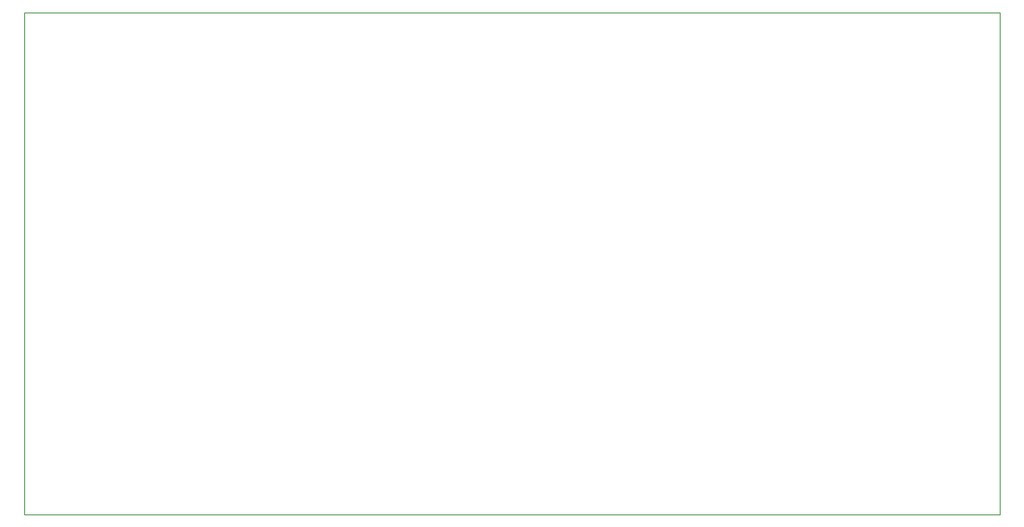
<source format=gtp>
G75*
%MOIN*%
%OFA0B0*%
%FSLAX25Y25*%
%IPPOS*%
%LPD*%
%AMOC8*
5,1,8,0,0,1.08239X$1,22.5*
%
%ADD10C,0.00000*%
D10*
X0001000Y0001250D02*
X0001000Y0201211D01*
X0389583Y0201211D01*
X0389583Y0001250D01*
X0001000Y0001250D01*
M02*

</source>
